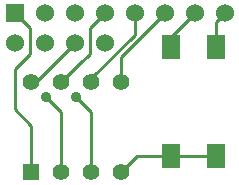
<source format=gtl>
G04 (created by PCBNEW (2013-07-07 BZR 4022)-stable) date 15/01/2015 17:01:17*
%MOIN*%
G04 Gerber Fmt 3.4, Leading zero omitted, Abs format*
%FSLAX34Y34*%
G01*
G70*
G90*
G04 APERTURE LIST*
%ADD10C,0.00590551*%
%ADD11R,0.06X0.06*%
%ADD12C,0.06*%
%ADD13R,0.055X0.055*%
%ADD14C,0.055*%
%ADD15R,0.0629921X0.0830709*%
%ADD16C,0.035*%
%ADD17C,0.01*%
G04 APERTURE END LIST*
G54D10*
G54D11*
X67450Y-36800D03*
G54D12*
X73450Y-36800D03*
X68450Y-36800D03*
X74450Y-36800D03*
X69450Y-36800D03*
X70450Y-36800D03*
X71450Y-36800D03*
X72450Y-36800D03*
X70450Y-37800D03*
X69450Y-37800D03*
X68450Y-37800D03*
X67450Y-37800D03*
G54D13*
X68000Y-42100D03*
G54D14*
X69000Y-42100D03*
X70000Y-42100D03*
X71000Y-42100D03*
X71000Y-39100D03*
X70000Y-39100D03*
X69000Y-39100D03*
X68000Y-39100D03*
G54D15*
X72650Y-37929D03*
X72650Y-41571D03*
X74150Y-37929D03*
X74150Y-41571D03*
G54D16*
X68500Y-39600D03*
X69500Y-39600D03*
G54D17*
X68000Y-39100D02*
X68150Y-39100D01*
X68150Y-39100D02*
X69450Y-37800D01*
X68000Y-42100D02*
X68000Y-40550D01*
X67950Y-37300D02*
X67450Y-36800D01*
X67950Y-38150D02*
X67950Y-37300D01*
X67450Y-38650D02*
X67950Y-38150D01*
X67450Y-40000D02*
X67450Y-38650D01*
X68000Y-40550D02*
X67450Y-40000D01*
X69000Y-39100D02*
X69700Y-38400D01*
X69950Y-37300D02*
X70450Y-36800D01*
X69950Y-38150D02*
X69950Y-37300D01*
X69850Y-38250D02*
X69950Y-38150D01*
X69700Y-38400D02*
X69850Y-38250D01*
X70000Y-39100D02*
X70000Y-38967D01*
X71450Y-37517D02*
X71450Y-36800D01*
X70000Y-38967D02*
X71450Y-37517D01*
X71000Y-39100D02*
X71000Y-38250D01*
X71000Y-38250D02*
X72450Y-36800D01*
X69000Y-40100D02*
X69000Y-42100D01*
X68500Y-39600D02*
X69000Y-40100D01*
X70000Y-42100D02*
X70000Y-40100D01*
X70000Y-40100D02*
X69500Y-39600D01*
X72700Y-41571D02*
X71528Y-41571D01*
X71528Y-41571D02*
X71000Y-42100D01*
X74250Y-41546D02*
X72725Y-41546D01*
X72725Y-41546D02*
X72700Y-41571D01*
X72650Y-37929D02*
X72650Y-37600D01*
X72650Y-37600D02*
X73450Y-36800D01*
X74150Y-37929D02*
X74150Y-37100D01*
X74150Y-37100D02*
X74450Y-36800D01*
M02*

</source>
